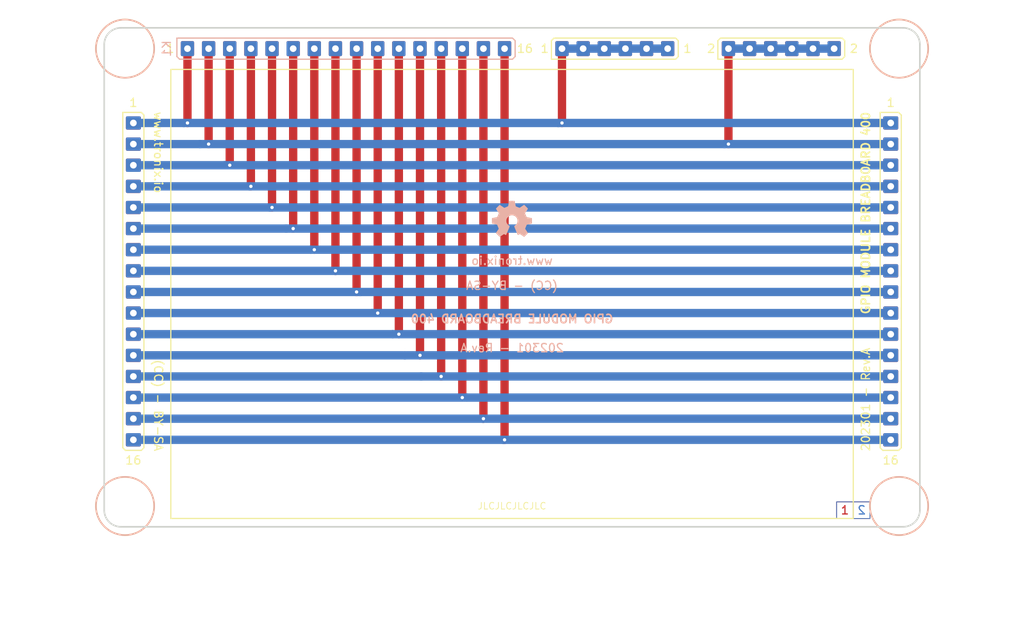
<source format=kicad_pcb>
(kicad_pcb (version 20240108) (generator "pcbnew") (generator_version "8.0")
  (title_block (title "GPIO - BREADBOARD 400") (date "01/2023") (rev "A"))
  (layers (0 "F.Cu" signal) (31 "B.Cu" signal) (34 "B.Paste" user) (35 "F.Paste" user) (36 "B.SilkS" user "B.Silkscreen") (37 "F.SilkS" user "F.Silkscreen") (38 "B.Mask" user) (39 "F.Mask" user) (44 "Edge.Cuts" user))
  (net 0 "")
  (net 1 "Net-(K1-Pin_1)")
  (net 2 "Net-(K1-Pin_2)")
  (net 3 "Net-(K1-Pin_15)")
  (net 4 "Net-(K1-Pin_10)")
  (net 5 "Net-(K1-Pin_4)")
  (net 6 "Net-(K1-Pin_12)")
  (net 7 "Net-(K1-Pin_14)")
  (net 8 "Net-(K1-Pin_3)")
  (net 9 "Net-(K1-Pin_9)")
  (net 10 "Net-(K1-Pin_5)")
  (net 11 "Net-(K1-Pin_7)")
  (net 12 "Net-(K1-Pin_6)")
  (net 13 "Net-(K1-Pin_16)")
  (net 14 "Net-(K1-Pin_13)")
  (net 15 "Net-(K1-Pin_8)")
  (net 16 "Net-(K1-Pin_11)")
  (footprint "tronixio:HARWIN-M20-999164x" (layer "F.Cu") (at 194.5 55.94)
    (property "Reference" "K3" (hide yes))
    (property "Value" "GPIO OUT #2")
    (fp_line (start -1.27 -1.27) (end -1.27 39.0525) (stroke (width 0.15)) (layer "F.SilkS"))
    (fp_line (start -1.27 39.0525) (end -0.9525 39.37) (stroke (width 0.15)) (layer "F.SilkS"))
    (fp_line (start -0.9525 39.37) (end 0.9525 39.37) (stroke (width 0.15)) (layer "F.SilkS"))
    (fp_line (start 0.9525 -1.27) (end -1.27 -1.27) (stroke (width 0.15)) (layer "F.SilkS"))
    (fp_line (start 0.9525 39.37) (end 1.27 39.0525) (stroke (width 0.15)) (layer "F.SilkS"))
    (fp_line (start 1.27 -0.9525) (end 0.9525 -1.27) (stroke (width 0.15)) (layer "F.SilkS"))
    (fp_line (start 1.27 39.0525) (end 1.27 -0.9525) (stroke (width 0.15)) (layer "F.SilkS"))
    (pad "1" thru_hole roundrect (at 0 0) (size 1.8 1.6) (drill 0.8) (layers "*.Mask" "F.Cu" "In1.Cu" "B.Cu") (roundrect_rratio 0.1) (net 1 "Net-(K1-Pin_1)"))
    (pad "2" thru_hole roundrect (at 0 2.54) (size 1.8 1.6) (drill 0.8) (layers "*.Mask" "F.Cu" "In1.Cu" "B.Cu") (roundrect_rratio 0.1) (net 2 "Net-(K1-Pin_2)"))
    (pad "3" thru_hole roundrect (at 0 5.08) (size 1.8 1.6) (drill 0.8) (layers "*.Mask" "F.Cu" "In1.Cu" "B.Cu") (roundrect_rratio 0.1) (net 8 "Net-(K1-Pin_3)"))
    (pad "4" thru_hole roundrect (at 0 7.62) (size 1.8 1.6) (drill 0.8) (layers "*.Mask" "F.Cu" "In1.Cu" "B.Cu") (roundrect_rratio 0.1) (net 5 "Net-(K1-Pin_4)"))
    (pad "5" thru_hole roundrect (at 0 10.16) (size 1.8 1.6) (drill 0.8) (layers "*.Mask" "F.Cu" "In1.Cu" "B.Cu") (roundrect_rratio 0.1) (net 10 "Net-(K1-Pin_5)"))
    (pad "6" thru_hole roundrect (at 0 12.7) (size 1.8 1.6) (drill 0.8) (layers "*.Mask" "F.Cu" "In1.Cu" "B.Cu") (roundrect_rratio 0.1) (net 12 "Net-(K1-Pin_6)"))
    (pad "7" thru_hole roundrect (at 0 15.24) (size 1.8 1.6) (drill 0.8) (layers "*.Mask" "F.Cu" "In1.Cu" "B.Cu") (roundrect_rratio 0.1) (net 11 "Net-(K1-Pin_7)"))
    (pad "8" thru_hole roundrect (at 0 17.78) (size 1.8 1.6) (drill 0.8) (layers "*.Mask" "F.Cu" "In1.Cu" "B.Cu") (roundrect_rratio 0.1) (net 15 "Net-(K1-Pin_8)"))
    (pad "9" thru_hole roundrect (at 0 20.32) (size 1.8 1.6) (drill 0.8) (layers "*.Mask" "F.Cu" "In1.Cu" "B.Cu") (roundrect_rratio 0.1) (net 9 "Net-(K1-Pin_9)"))
    (pad "10" thru_hole roundrect (at 0 22.86) (size 1.8 1.6) (drill 0.8) (layers "*.Mask" "F.Cu" "In1.Cu" "B.Cu") (roundrect_rratio 0.1) (net 4 "Net-(K1-Pin_10)"))
    (pad "11" thru_hole roundrect (at 0 25.4) (size 1.8 1.6) (drill 0.8) (layers "*.Mask" "F.Cu" "In1.Cu" "B.Cu") (roundrect_rratio 0.1) (net 16 "Net-(K1-Pin_11)"))
    (pad "12" thru_hole roundrect (at 0 27.94) (size 1.8 1.6) (drill 0.8) (layers "*.Mask" "F.Cu" "In1.Cu" "B.Cu") (roundrect_rratio 0.1) (net 6 "Net-(K1-Pin_12)"))
    (pad "13" thru_hole roundrect (at 0 30.48) (size 1.8 1.6) (drill 0.8) (layers "*.Mask" "F.Cu" "In1.Cu" "B.Cu") (roundrect_rratio 0.1) (net 14 "Net-(K1-Pin_13)"))
    (pad "14" thru_hole roundrect (at 0 33.02) (size 1.8 1.6) (drill 0.8) (layers "*.Cu" "*.Mask") (roundrect_rratio 0.1) (net 7 "Net-(K1-Pin_14)"))
    (pad "15" thru_hole roundrect (at 0 35.56) (size 1.8 1.6) (drill 0.8) (layers "*.Cu" "*.Mask") (roundrect_rratio 0.1) (net 3 "Net-(K1-Pin_15)"))
    (pad "16" thru_hole roundrect (at 0 38.1) (size 1.8 1.6) (drill 0.8) (layers "*.Cu" "*.Mask") (roundrect_rratio 0.1) (net 13 "Net-(K1-Pin_16)"))
  )
  (footprint "tronixio:MOUNTING-HOLE-3MM-MASK" (layer "F.Cu") (at 195.5 102)
    (property "Reference" "H2" (hide yes))
    (property "Value" "MOUNTING-HOLE-3MM" (hide yes))
    (fp_circle (center 0 0) (end 3.5 0) (stroke (width 0.2)) (fill none) (layer "B.SilkS"))
    (fp_circle (center 0 0) (end 3.5 0) (stroke (width 0.2)) (fill none) (layer "F.SilkS"))
    (pad "" np_thru_hole circle (at 0 0) (size 3 3) (drill 3) (layers "F&B.Cu" "*.Mask"))
  )
  (footprint "tronixio:HARWIN-M20-999164x" (layer "F.Cu") (at 103.5 55.94)
    (property "Reference" "K2" (hide yes))
    (property "Value" "GPIO OUT #1")
    (fp_line (start -1.27 -1.27) (end -1.27 39.0525) (stroke (width 0.15)) (layer "F.SilkS"))
    (fp_line (start -1.27 39.0525) (end -0.9525 39.37) (stroke (width 0.15)) (layer "F.SilkS"))
    (fp_line (start -0.9525 39.37) (end 0.9525 39.37) (stroke (width 0.15)) (layer "F.SilkS"))
    (fp_line (start 0.9525 -1.27) (end -1.27 -1.27) (stroke (width 0.15)) (layer "F.SilkS"))
    (fp_line (start 0.9525 39.37) (end 1.27 39.0525) (stroke (width 0.15)) (layer "F.SilkS"))
    (fp_line (start 1.27 -0.9525) (end 0.9525 -1.27) (stroke (width 0.15)) (layer "F.SilkS"))
    (fp_line (start 1.27 39.0525) (end 1.27 -0.9525) (stroke (width 0.15)) (layer "F.SilkS"))
    (pad "1" thru_hole roundrect (at 0 0) (size 1.8 1.6) (drill 0.8) (layers "*.Mask" "F.Cu" "In1.Cu" "B.Cu") (roundrect_rratio 0.1) (net 1 "Net-(K1-Pin_1)"))
    (pad "2" thru_hole roundrect (at 0 2.54) (size 1.8 1.6) (drill 0.8) (layers "*.Mask" "F.Cu" "In1.Cu" "B.Cu") (roundrect_rratio 0.1) (net 2 "Net-(K1-Pin_2)"))
    (pad "3" thru_hole roundrect (at 0 5.08) (size 1.8 1.6) (drill 0.8) (layers "*.Mask" "F.Cu" "In1.Cu" "B.Cu") (roundrect_rratio 0.1) (net 8 "Net-(K1-Pin_3)"))
    (pad "4" thru_hole roundrect (at 0 7.62) (size 1.8 1.6) (drill 0.8) (layers "*.Mask" "F.Cu" "In1.Cu" "B.Cu") (roundrect_rratio 0.1) (net 5 "Net-(K1-Pin_4)"))
    (pad "5" thru_hole roundrect (at 0 10.16) (size 1.8 1.6) (drill 0.8) (layers "*.Mask" "F.Cu" "In1.Cu" "B.Cu") (roundrect_rratio 0.1) (net 10 "Net-(K1-Pin_5)"))
    (pad "6" thru_hole roundrect (at 0 12.7) (size 1.8 1.6) (drill 0.8) (layers "*.Mask" "F.Cu" "In1.Cu" "B.Cu") (roundrect_rratio 0.1) (net 12 "Net-(K1-Pin_6)"))
    (pad "7" thru_hole roundrect (at 0 15.24) (size 1.8 1.6) (drill 0.8) (layers "*.Mask" "F.Cu" "In1.Cu" "B.Cu") (roundrect_rratio 0.1) (net 11 "Net-(K1-Pin_7)"))
    (pad "8" thru_hole roundrect (at 0 17.78) (size 1.8 1.6) (drill 0.8) (layers "*.Mask" "F.Cu" "In1.Cu" "B.Cu") (roundrect_rratio 0.1) (net 15 "Net-(K1-Pin_8)"))
    (pad "9" thru_hole roundrect (at 0 20.32) (size 1.8 1.6) (drill 0.8) (layers "*.Mask" "F.Cu" "In1.Cu" "B.Cu") (roundrect_rratio 0.1) (net 9 "Net-(K1-Pin_9)"))
    (pad "10" thru_hole roundrect (at 0 22.86) (size 1.8 1.6) (drill 0.8) (layers "*.Mask" "F.Cu" "In1.Cu" "B.Cu") (roundrect_rratio 0.1) (net 4 "Net-(K1-Pin_10)"))
    (pad "11" thru_hole roundrect (at 0 25.4) (size 1.8 1.6) (drill 0.8) (layers "*.Mask" "F.Cu" "In1.Cu" "B.Cu") (roundrect_rratio 0.1) (net 16 "Net-(K1-Pin_11)"))
    (pad "12" thru_hole roundrect (at 0 27.94) (size 1.8 1.6) (drill 0.8) (layers "*.Mask" "F.Cu" "In1.Cu" "B.Cu") (roundrect_rratio 0.1) (net 6 "Net-(K1-Pin_12)"))
    (pad "13" thru_hole roundrect (at 0 30.48) (size 1.8 1.6) (drill 0.8) (layers "*.Mask" "F.Cu" "In1.Cu" "B.Cu") (roundrect_rratio 0.1) (net 14 "Net-(K1-Pin_13)"))
    (pad "14" thru_hole roundrect (at 0 33.02) (size 1.8 1.6) (drill 0.8) (layers "*.Cu" "*.Mask") (roundrect_rratio 0.1) (net 7 "Net-(K1-Pin_14)"))
    (pad "15" thru_hole roundrect (at 0 35.56) (size 1.8 1.6) (drill 0.8) (layers "*.Cu" "*.Mask") (roundrect_rratio 0.1) (net 3 "Net-(K1-Pin_15)"))
    (pad "16" thru_hole roundrect (at 0 38.1) (size 1.8 1.6) (drill 0.8) (layers "*.Cu" "*.Mask") (roundrect_rratio 0.1) (net 13 "Net-(K1-Pin_16)"))
  )
  (footprint "tronixio:HARWIN-M20-999064x" (layer "F.Cu") (at 175 47 90)
    (property "Reference" "K5" (hide yes))
    (property "Value" "GPIO #2")
    (fp_line (start 0.9525 -1.27) (end -1.27 -1.27) (stroke (width 0.15)) (layer "F.SilkS"))
    (fp_line (start -1.27 -1.27) (end -1.27 13.6525) (stroke (width 0.15)) (layer "F.SilkS"))
    (fp_line (start 1.27 -0.9525) (end 0.9525 -1.27) (stroke (width 0.15)) (layer "F.SilkS"))
    (fp_line (start 1.27 13.6525) (end 1.27 -0.9525) (stroke (width 0.15)) (layer "F.SilkS"))
    (fp_line (start -1.27 13.6525) (end -0.9525 13.97) (stroke (width 0.15)) (layer "F.SilkS"))
    (fp_line (start 0.9525 13.97) (end 1.27 13.6525) (stroke (width 0.15)) (layer "F.SilkS"))
    (fp_line (start -0.9525 13.97) (end 0.9525 13.97) (stroke (width 0.15)) (layer "F.SilkS"))
    (pad "1" thru_hole roundrect (at 0 0 90) (size 1.8 1.6) (drill 0.8) (layers "*.Mask" "F.Cu" "In1.Cu" "B.Cu") (roundrect_rratio 0.1) (net 2 "Net-(K1-Pin_2)"))
    (pad "2" thru_hole roundrect (at 0 2.54 90) (size 1.8 1.6) (drill 0.8) (layers "*.Mask" "F.Cu" "In1.Cu" "B.Cu") (roundrect_rratio 0.1) (net 2 "Net-(K1-Pin_2)"))
    (pad "3" thru_hole roundrect (at 0 5.08 90) (size 1.8 1.6) (drill 0.8) (layers "*.Mask" "F.Cu" "In1.Cu" "B.Cu") (roundrect_rratio 0.1) (net 2 "Net-(K1-Pin_2)"))
    (pad "4" thru_hole roundrect (at 0 7.62 90) (size 1.8 1.6) (drill 0.8) (layers "*.Mask" "F.Cu" "In1.Cu" "B.Cu") (roundrect_rratio 0.1) (net 2 "Net-(K1-Pin_2)"))
    (pad "5" thru_hole roundrect (at 0 10.16 90) (size 1.8 1.6) (drill 0.8) (layers "*.Mask" "F.Cu" "In1.Cu" "B.Cu") (roundrect_rratio 0.1) (net 2 "Net-(K1-Pin_2)"))
    (pad "6" thru_hole roundrect (at 0 12.7 90) (size 1.8 1.6) (drill 0.8) (layers "*.Mask" "F.Cu" "In1.Cu" "B.Cu") (roundrect_rratio 0.1) (net 2 "Net-(K1-Pin_2)"))
  )
  (footprint "tronixio:HARWIN-M20-999064x" (layer "F.Cu") (at 155 47 90)
    (property "Reference" "K4" (hide yes))
    (property "Value" "GPIO #1")
    (fp_line (start 0.9525 -1.27) (end -1.27 -1.27) (stroke (width 0.15)) (layer "F.SilkS"))
    (fp_line (start -1.27 -1.27) (end -1.27 13.6525) (stroke (width 0.15)) (layer "F.SilkS"))
    (fp_line (start 1.27 -0.9525) (end 0.9525 -1.27) (stroke (width 0.15)) (layer "F.SilkS"))
    (fp_line (start 1.27 13.6525) (end 1.27 -0.9525) (stroke (width 0.15)) (layer "F.SilkS"))
    (fp_line (start -1.27 13.6525) (end -0.9525 13.97) (stroke (width 0.15)) (layer "F.SilkS"))
    (fp_line (start 0.9525 13.97) (end 1.27 13.6525) (stroke (width 0.15)) (layer "F.SilkS"))
    (fp_line (start -0.9525 13.97) (end 0.9525 13.97) (stroke (width 0.15)) (layer "F.SilkS"))
    (pad "1" thru_hole roundrect (at 0 0 90) (size 1.8 1.6) (drill 0.8) (layers "*.Mask" "F.Cu" "In1.Cu" "B.Cu") (roundrect_rratio 0.1) (net 1 "Net-(K1-Pin_1)"))
    (pad "2" thru_hole roundrect (at 0 2.54 90) (size 1.8 1.6) (drill 0.8) (layers "*.Mask" "F.Cu" "In1.Cu" "B.Cu") (roundrect_rratio 0.1) (net 1 "Net-(K1-Pin_1)"))
    (pad "3" thru_hole roundrect (at 0 5.08 90) (size 1.8 1.6) (drill 0.8) (layers "*.Mask" "F.Cu" "In1.Cu" "B.Cu") (roundrect_rratio 0.1) (net 1 "Net-(K1-Pin_1)"))
    (pad "4" thru_hole roundrect (at 0 7.62 90) (size 1.8 1.6) (drill 0.8) (layers "*.Mask" "F.Cu" "In1.Cu" "B.Cu") (roundrect_rratio 0.1) (net 1 "Net-(K1-Pin_1)"))
    (pad "5" thru_hole roundrect (at 0 10.16 90) (size 1.8 1.6) (drill 0.8) (layers "*.Mask" "F.Cu" "In1.Cu" "B.Cu") (roundrect_rratio 0.1) (net 1 "Net-(K1-Pin_1)"))
    (pad "6" thru_hole roundrect (at 0 12.7 90) (size 1.8 1.6) (drill 0.8) (layers "*.Mask" "F.Cu" "In1.Cu" "B.Cu") (roundrect_rratio 0.1) (net 1 "Net-(K1-Pin_1)"))
  )
  (footprint "tronixio:MOUNTING-HOLE-3MM-MASK" (layer "F.Cu") (at 102.5 47)
    (property "Reference" "H4" (hide yes))
    (property "Value" "MOUNTING-HOLE-3MM" (hide yes))
    (fp_circle (center 0 0) (end 3.5 0) (stroke (width 0.2)) (fill none) (layer "B.SilkS"))
    (fp_circle (center 0 0) (end 3.5 0) (stroke (width 0.2)) (fill none) (layer "F.SilkS"))
    (pad "" np_thru_hole circle (at 0 0) (size 3 3) (drill 3) (layers "F&B.Cu" "*.Mask"))
  )
  (footprint "tronixio:MOUNTING-HOLE-3MM-MASK" (layer "F.Cu") (at 195.5 47)
    (property "Reference" "H3" (hide yes))
    (property "Value" "MOUNTING-HOLE-3MM" (hide yes))
    (fp_circle (center 0 0) (end 3.5 0) (stroke (width 0.2)) (fill none) (layer "B.SilkS"))
    (fp_circle (center 0 0) (end 3.5 0) (stroke (width 0.2)) (fill none) (layer "F.SilkS"))
    (pad "" np_thru_hole circle (at 0 0) (size 3 3) (drill 3) (layers "F&B.Cu" "*.Mask"))
  )
  (footprint "tronixio:MOUNTING-HOLE-3MM-MASK" (layer "F.Cu") (at 102.5 102)
    (property "Reference" "H1" (hide yes))
    (property "Value" "MOUNTING-HOLE-3MM" (hide yes))
    (fp_circle (center 0 0) (end 3.5 0) (stroke (width 0.2)) (fill none) (layer "B.SilkS"))
    (fp_circle (center 0 0) (end 3.5 0) (stroke (width 0.2)) (fill none) (layer "F.SilkS"))
    (pad "" np_thru_hole circle (at 0 0) (size 3 3) (drill 3) (layers "F&B.Cu" "*.Mask"))
  )
  (footprint "tronixio:BREADBOARD-400" (layer "F.Cu") (at 149 76.5)
    (property "Reference" "BB1" (hide yes))
    (property "Value" "BREADBOARD-400" (hide yes))
    (fp_rect (start -41 27) (end 41 -27) (stroke (width 0.15)) (fill none) (layer "F.SilkS"))
  )
  (footprint "tronixio:HARWIN-M20-999164x" (layer "B.Cu") (at 110 47 -90)
    (property "Reference" "K1" (at 0 2.5 90) (layer "B.SilkS") (effects (justify mirror)))
    (property "Value" "GPIO IN")
    (fp_line (start -1.27 1.27) (end -1.27 -39.0525) (stroke (width 0.15)) (layer "B.SilkS"))
    (fp_line (start 0.9525 1.27) (end -1.27 1.27) (stroke (width 0.15)) (layer "B.SilkS"))
    (fp_line (start 1.27 0.9525) (end 0.9525 1.27) (stroke (width 0.15)) (layer "B.SilkS"))
    (fp_line (start -1.27 -39.0525) (end -0.9525 -39.37) (stroke (width 0.15)) (layer "B.SilkS"))
    (fp_line (start 1.27 -39.0525) (end 1.27 0.9525) (stroke (width 0.15)) (layer "B.SilkS"))
    (fp_line (start -0.9525 -39.37) (end 0.9525 -39.37) (stroke (width 0.15)) (layer "B.SilkS"))
    (fp_line (start 0.9525 -39.37) (end 1.27 -39.0525) (stroke (width 0.15)) (layer "B.SilkS"))
    (pad "1" thru_hole roundrect (at 0 0 270) (size 1.8 1.6) (drill 0.8) (layers "*.Mask" "F.Cu" "In1.Cu" "B.Cu") (roundrect_rratio 0.1) (net 1 "Net-(K1-Pin_1)"))
    (pad "2" thru_hole roundrect (at 0 -2.54 270) (size 1.8 1.6) (drill 0.8) (layers "*.Mask" "F.Cu" "In1.Cu" "B.Cu") (roundrect_rratio 0.1) (net 2 "Net-(K1-Pin_2)"))
    (pad "3" thru_hole roundrect (at 0 -5.08 270) (size 1.8 1.6) (drill 0.8) (layers "*.Mask" "F.Cu" "In1.Cu" "B.Cu") (roundrect_rratio 0.1) (net 8 "Net-(K1-Pin_3)"))
    (pad "4" thru_hole roundrect (at 0 -7.62 270) (size 1.8 1.6) (drill 0.8) (layers "*.Mask" "F.Cu" "In1.Cu" "B.Cu") (roundrect_rratio 0.1) (net 5 "Net-(K1-Pin_4)"))
    (pad "5" thru_hole roundrect (at 0 -10.16 270) (size 1.8 1.6) (drill 0.8) (layers "*.Mask" "F.Cu" "In1.Cu" "B.Cu") (roundrect_rratio 0.1) (net 10 "Net-(K1-Pin_5)"))
    (pad "6" thru_hole roundrect (at 0 -12.7 270) (size 1.8 1.6) (drill 0.8) (layers "*.Mask" "F.Cu" "In1.Cu" "B.Cu") (roundrect_rratio 0.1) (net 12 "Net-(K1-Pin_6)"))
    (pad "7" thru_hole roundrect (at 0 -15.24 270) (size 1.8 1.6) (drill 0.8) (layers "*.Mask" "F.Cu" "In1.Cu" "B.Cu") (roundrect_rratio 0.1) (net 11 "Net-(K1-Pin_7)"))
    (pad "8" thru_hole roundrect (at 0 -17.78 270) (size 1.8 1.6) (drill 0.8) (layers "*.Mask" "F.Cu" "In1.Cu" "B.Cu") (roundrect_rratio 0.1) (net 15 "Net-(K1-Pin_8)"))
    (pad "9" thru_hole roundrect (at 0 -20.32 270) (size 1.8 1.6) (drill 0.8) (layers "*.Mask" "F.Cu" "In1.Cu" "B.Cu") (roundrect_rratio 0.1) (net 9 "Net-(K1-Pin_9)"))
    (pad "10" thru_hole roundrect (at 0 -22.86 270) (size 1.8 1.6) (drill 0.8) (layers "*.Mask" "F.Cu" "In1.Cu" "B.Cu") (roundrect_rratio 0.1) (net 4 "Net-(K1-Pin_10)"))
    (pad "11" thru_hole roundrect (at 0 -25.4 270) (size 1.8 1.6) (drill 0.8) (layers "*.Mask" "F.Cu" "In1.Cu" "B.Cu") (roundrect_rratio 0.1) (net 16 "Net-(K1-Pin_11)"))
    (pad "12" thru_hole roundrect (at 0 -27.94 270) (size 1.8 1.6) (drill 0.8) (layers "*.Mask" "F.Cu" "In1.Cu" "B.Cu") (roundrect_rratio 0.1) (net 6 "Net-(K1-Pin_12)"))
    (pad "13" thru_hole roundrect (at 0 -30.48 270) (size 1.8 1.6) (drill 0.8) (layers "*.Mask" "F.Cu" "In1.Cu" "B.Cu") (roundrect_rratio 0.1) (net 14 "Net-(K1-Pin_13)"))
    (pad "14" thru_hole roundrect (at 0 -33.02 270) (size 1.8 1.6) (drill 0.8) (layers "*.Cu" "*.Mask") (roundrect_rratio 0.1) (net 7 "Net-(K1-Pin_14)"))
    (pad "15" thru_hole roundrect (at 0 -35.56 270) (size 1.8 1.6) (drill 0.8) (layers "*.Cu" "*.Mask") (roundrect_rratio 0.1) (net 3 "Net-(K1-Pin_15)"))
    (pad "16" thru_hole roundrect (at 0 -38.1 270) (size 1.8 1.6) (drill 0.8) (layers "*.Cu" "*.Mask") (roundrect_rratio 0.1) (net 13 "Net-(K1-Pin_16)"))
  )
  (footprint "tronixio:OSHW-5MM" (layer "B.Cu") (at 149 67.5 180)
    (property "Reference" "GT" (hide yes))
    (property "Value" "LOGO" (hide yes))
    (fp_poly (pts (xy 0.112503 2.205305) (xy 0.188585 2.204991) (xy 0.245175 2.204139) (xy 0.285349 2.202485) (xy 0.312183 2.19976) (xy 0.328754 2.195697) (xy 0.338137 2.190029) (xy 0.343407 2.182489) (xy 0.346067 2.176502) (xy 0.351819 2.155872) (xy 0.361219 2.114019) (xy 0.373445 2.054971) (xy 0.387673 1.982754) (xy 0.403082 1.901397) (xy 0.410766 1.859685) (xy 0.426304 1.776128) (xy 0.440921 1.700487) (xy 0.453831 1.636607) (xy 0.464245 1.58833) (xy 0.471376 1.559501) (xy 0.473495 1.553524) (xy 0.487624 1.543829) (xy 0.520987 1.52669) (xy 0.568967 1.504087) (xy 0.626948 1.477998) (xy 0.690314 1.450405) (xy 0.754449 1.423285) (xy 0.814737 1.398618) (xy 0.866561 1.378383) (xy 0.905305 1.36456) (xy 0.926354 1.359128) (xy 0.92691 1.359112) (xy 0.941518 1.366107) (xy 0.97411 1.385773) (xy 1.021624 1.416127) (xy 1.080997 1.455189) (xy 1.149167 1.500978) (xy 1.204337 1.538617) (xy 1.276991 1.58813) (xy 1.343025 1.632413) (xy 1.399403 1.669487) (xy 1.443088 1.697374) (xy 1.471043 1.714097) (xy 1.47988 1.718122) (xy 1.493641 1.709282) (xy 1.521915 1.684807) (xy 1.561669 1.647768) (xy 1.609873 1.601234) (xy 1.663495 1.548276) (xy 1.719505 1.491962) (xy 1.774871 1.435363) (xy 1.826562 1.381549) (xy 1.871548 1.33359) (xy 1.906797 1.294555) (xy 1.929278 1.267514) (xy 1.936093 1.256075) (xy 1.930212 1.239792) (xy 1.912193 1.207543) (xy 1.881475 1.158462) (xy 1.837495 1.091686) (xy 1.779689 1.00635) (xy 1.707495 0.901591) (xy 1.671879 0.850344) (xy 1.638824 0.80126) (xy 1.612148 0.758563) (xy 1.594893 0.727324) (xy 1.589904 0.713655) (xy 1.594754 0.697334) (xy 1.608013 0.662128) (xy 1.62775 0.612617) (xy 1.652031 0.55338) (xy 1.678922 0.488996) (xy 1.706491 0.424047) (xy 1.732803 0.363111) (xy 1.755927 0.310768) (xy 1.773928 0.271598) (xy 1.784874 0.25018) (xy 1.786526 0.247868) (xy 1.800495 0.243726) (xy 1.836105 0.235699) (xy 1.889773 0.224522) (xy 1.957915 0.210929) (xy 2.036948 0.195656) (xy 2.090365 0.185568) (xy 2.175183 0.169544) (xy 2.252099 0.15474) (xy 2.317349 0.141901) (xy 2.367173 0.131773) (xy 2.397809 0.125104) (xy 2.405431 0.123066) (xy 2.411063 0.116814) (xy 2.415426 0.101095) (xy 2.418668 0.073197) (xy 2.420933 0.030409) (xy 2.422366 -0.02998) (xy 2.423114 -0.110684) (xy 2.423321 -0.210293) (xy 2.423202 -0.310587) (xy 2.422711 -0.388201) (xy 2.421649 -0.446096) (xy 2.419816 -0.487237) (xy 2.417013 -0.514584) (xy 2.41304 -0.531101) (xy 2.407697 -0.53975) (xy 2.400883 -0.543466) (xy 2.378661 -0.548625) (xy 2.338314 -0.556746) (xy 2.286985 -0.566415) (xy 2.263049 -0.570744) (xy 2.127407 -0.595376) (xy 2.016332 -0.616479) (xy 1.929018 -0.634225) (xy 1.864656 -0.64879) (xy 1.82244 -0.660347) (xy 1.801562 -0.66907) (xy 1.79987 -0.670496) (xy 1.791465 -0.686078) (xy 1.775685 -0.720992) (xy 1.754362 -0.770707) (xy 1.729327 -0.830694) (xy 1.702414 -0.896422) (xy 1.675454 -0.96336) (xy 1.650281 -1.026979) (xy 1.628726 -1.082748) (xy 1.612622 -1.126137) (xy 1.603801 -1.152615) (xy 1.602692 -1.157988) (xy 1.610028 -1.172767) (xy 1.63143 -1.207108) (xy 1.666036 -1.259722) (xy 1.712983 -1.329322) (xy 1.771408 -1.414621) (xy 1.840447 -1.51433) (xy 1.867654 -1.553391) (xy 1.897811 -1.599113) (xy 1.921185 -1.639288) (xy 1.934376 -1.667841) (xy 1.936093 -1.675677) (xy 1.927103 -1.692014) (xy 1.901418 -1.723855) (xy 1.860965 -1.769075) (xy 1.807672 -1.82555) (xy 1.743466 -1.891154) (xy 1.71296 -1.921664) (xy 1.643302 -1.990709) (xy 1.589314 -2.043494) (xy 1.548612 -2.081971) (xy 1.518813 -2.108091) (xy 1.497532 -2.123805) (xy 1.482386 -2.131066) (xy 1.470991 -2.131825) (xy 1.460964 -2.128033) (xy 1.460917 -2.128008) (xy 1.441892 -2.116253) (xy 1.405419 -2.09234) (xy 1.355138 -2.058707) (xy 1.294686 -2.017792) (xy 1.227702 -1.972033) (xy 1.210483 -1.960205) (xy 1.143557 -1.914694) (xy 1.083189 -1.874607) (xy 1.032748 -1.842104) (xy 0.995605 -1.819344) (xy 0.975129 -1.808488) (xy 0.972784 -1.807875) (xy 0.955044 -1.813477) (xy 0.920428 -1.82855) (xy 0.874685 -1.850498) (xy 0.843591 -1.866246) (xy 0.794692 -1.890329) (xy 0.754091 -1.908142) (xy 0.727189 -1.917434) (xy 0.719661 -1.917874) (xy 0.71184 -1.904564) (xy 0.695873 -1.87093) (xy 0.673276 -1.820398) (xy 0.645566 -1.756397) (xy 0.614262 -1.682354) (xy 0.595951 -1.638326) (xy 0.555205 -1.539832) (xy 0.509885 -1.430374) (xy 0.463588 -1.318629) (xy 0.419909 -1.213275) (xy 0.382617 -1.123407) (xy 0.352192 -1.049365) (xy 0.325466 -0.982847) (xy 0.303922 -0.927668) (xy 0.289044 -0.887646) (xy 0.282318 -0.866596) (xy 0.28208 -0.86489) (xy 0.291868 -0.850064) (xy 0.317767 -0.825757) (xy 0.354572 -0.796754) (xy 0.362216 -0.791216) (xy 0.47362 -0.699405) (xy 0.560778 -0.600114) (xy 0.624272 -0.492284) (xy 0.664684 -0.374854) (xy 0.682594 -0.246763) (xy 0.683668 -0.205149) (xy 0.672966 -0.079705) (xy 0.639876 0.035509) (xy 0.583362 0.143051) (xy 0.502387 0.245478) (xy 0.500128 0.247901) (xy 0.404266 0.332655) (xy 0.297367 0.395917) (xy 0.182586 0.437559) (xy 0.063074 0.45745) (xy -0.058015 0.455461) (xy -0.177529 0.431461) (xy -0.292317 0.38532) (xy -0.399224 0.316909) (xy -0.435557 0.286461) (xy -0.524789 0.19034) (xy -0.590858 0.083248) (xy -0.63358 -0.034398) (xy -0.65277 -0.162186) (xy -0.653912 -0.203806) (xy -0.64477 -0.331905) (xy -0.616397 -0.446756) (xy -0.567372 -0.551025) (xy -0.496276 -0.647379) (xy -0.401689 -0.738486) (xy -0.345898 -0.782346) (xy -0.305473 -0.814275) (xy -0.274554 -0.84243) (xy -0.257973 -0.862253) (xy -0.256436 -0.866724) (xy -0.261189 -0.882472) (xy -0.274692 -0.919019) (xy -0.295811 -0.973504) (xy -0.323413 -1.043065) (xy -0.356365 -1.124837) (xy -0.393532 -1.21596) (xy -0.424781 -1.291835) (xy -0.466473 -1.392714) (xy -0.506757 -1.490316) (xy -0.54414 -1.581016) (xy -0.57713 -1.661187) (xy -0.604234 -1.727202) (xy -0.623959 -1.775436) (xy -0.631922 -1.795053) (xy -0.656173 -1.85428) (xy -0.675445 -1.89208) (xy -0.695005 -1.910535) (xy -0.720119 -1.911726) (xy -0.756055 -1.897735) (xy -0.80808 -1.870643) (xy -0.814523 -1.867212) (xy -0.863833 -1.841835) (xy -0.905672 -1.821875) (xy -0.934272 -1.810004) (xy -0.942679 -1.807875) (xy -0.957624 -1.814831) (xy -0.990452 -1.834339) (xy -1.037961 -1.864353) (xy -1.096948 -1.902829) (xy -1.164211 -1.947723) (xy -1.20379 -1.974558) (xy -1.273782 -2.022017) (xy -1.336742 -2.064219) (xy -1.389581 -2.099132) (xy -1.429212 -2.124728) (xy -1.452547 -2.138976) (xy -1.457362 -2.141242) (xy -1.468597 -2.132572) (xy -1.495354 -2.108206) (xy -1.53505 -2.070611) (xy -1.585104 -2.022252) (xy -1.642932 -1.965596) (xy -1.688443 -1.920545) (xy -1.754363 -1.854061) (xy -1.811428 -1.794627) (xy -1.857492 -1.744605) (xy -1.890411 -1.706358) (xy -1.908038 -1.682247) (xy -1.910449 -1.676115) (xy -1.903342 -1.656709) (xy -1.88402 -1.621725) (xy -1.855484 -1.576225) (xy -1.822794 -1.528185) (xy -1.761853 -1.44109) (xy -1.706889 -1.361082) (xy -1.659529 -1.29063) (xy -1.621397 -1.232204) (xy -1.594118 -1.188276) (xy -1.579316 -1.161316) (xy -1.577082 -1.154608) (xy -1.581837 -1.136716) (xy -1.594857 -1.099854) (xy -1.614275 -1.048609) (xy -1.638222 -0.987568) (xy -1.664831 -0.921316) (xy -1.692235 -0.854442) (xy -1.718566 -0.791531) (xy -1.741957 -0.737171) (xy -1.76054 -0.695948) (xy -1.772447 -0.672449) (xy -1.774702 -0.66925) (xy -1.791569 -0.66222) (xy -1.829891 -0.651729) (xy -1.885847 -0.638647) (xy -1.955617 -0.623842) (xy -2.035381 -0.608183) (xy -2.07828 -0.60022) (xy -2.161621 -0.584627) (xy -2.236906 -0.569745) (xy -2.300315 -0.556391) (xy -2.348033 -0.545387) (xy -2.37624 -0.537551) (xy -2.381867 -0.535051) (xy -2.387099 -0.524908) (xy -2.390991 -0.502231) (xy -2.393638 -0.46456) (xy -2.395134 -0.409435) (xy -2.395573 -0.334397) (xy -2.39505 -0.236985) (xy -2.394689 -0.200194) (xy -2.391267 0.121807) (xy -2.282282 0.143659) (xy -2.229898 0.153965) (xy -2.160108 0.167419) (xy -2.080727 0.182526) (xy -1.999569 0.197795) (xy -1.970053 0.203298) (xy -1.900658 0.216734) (xy -1.840162 0.229455) (xy -1.793065 0.240437) (xy -1.763866 0.248652) (xy -1.756665 0.251967) (xy -1.746988 0.268752) (xy -1.729936 0.304533) (xy -1.707477 0.354612) (xy -1.681582 0.414291) (xy -1.654218 0.478872) (xy -1.627353 0.543658) (xy -1.602957 0.60395) (xy -1.582998 0.65505) (xy -1.569445 0.692261) (xy -1.564266 0.710885) (xy -1.564261 0.711124) (xy -1.571273 0.727773) (xy -1.590937 0.762151) (xy -1.621195 0.810982) (xy -1.659988 0.870991) (xy -1.705259 0.938901) (xy -1.732615 0.979077) (xy -1.780965 1.050145) (xy -1.82446 1.115201) (xy -1.860949 1.170937) (xy -1.888284 1.214046) (xy -1.904314 1.24122) (xy -1.907531 1.248169) (xy -1.904717 1.261112) (xy -1.890381 1.283286) (xy -1.863069 1.316351) (xy -1.821325 1.361969) (xy -1.763692 1.421801) (xy -1.691232 1.494988) (xy -1.628982 1.55669) (xy -1.572135 1.611849) (xy -1.523344 1.657988) (xy -1.485263 1.692627) (xy -1.460542 1.713289) (xy -1.452414 1.718122) (xy -1.437782 1.711105) (xy -1.405251 1.6914) (xy -1.357928 1.661025) (xy -1.298923 1.621998) (xy -1.231343 1.576338) (xy -1.183018 1.543181) (xy -1.111112 1.493886) (xy -1.04544 1.44951) (xy -0.989183 1.41215) (xy -0.945519 1.383901) (xy -0.917627 1.36686) (xy -0.90944 1.362781) (xy -0.891885 1.365776) (xy -0.855505 1.377082) (xy -0.805012 1.394838) (xy -0.745121 1.417183) (xy -0.680546 1.442257) (xy -0.616001 1.468199) (xy -0.5562 1.493147) (xy -0.505857 1.515243) (xy -0.469686 1.532623) (xy -0.45278 1.543038) (xy -0.446293 1.559308) (xy -0.436108 1.597206) (xy -0.423041 1.653118) (xy -0.407909 1.723429) (xy -0.391528 1.804525) (xy -0.378917 1.870225) (xy -0.362481 1.956759) (xy -0.347254 2.035011) (xy -0.333961 2.101421) (xy -0.323321 2.152432) (xy -0.316058 2.184486) (xy -0.31324 2.193976) (xy -0.299005 2.197095) (xy -0.262664 2.199887) (xy -0.207755 2.20223) (xy -0.137813 2.204) (xy -0.056376 2.205075) (xy 0.013853 2.205351)) (fill solid) (layer "B.SilkS"))
  )
  (gr_rect (start 188 101.5) (end 192 103.5) (stroke (width 0.1)) (fill none) (layer "F.Cu"))
  (gr_line (start 190 103.5) (end 190 101.5) (stroke (width 0.1)) (layer "F.Cu"))
  (gr_line (start 190 103.5) (end 190 101.5) (stroke (width 0.1)) (layer "B.Cu"))
  (gr_rect (start 188 101.5) (end 192 103.5) (stroke (width 0.1)) (fill none) (layer "B.Cu"))
  (gr_line (start 100 102.5) (end 100 46.5) (stroke (width 0.2)) (layer "Edge.Cuts"))
  (gr_line (start 198 46.5) (end 198 102.5) (stroke (width 0.2)) (layer "Edge.Cuts"))
  (gr_arc (start 102 104.5) (mid 100.585786 103.914214) (end 100 102.5) (stroke (width 0.2)) (layer "Edge.Cuts"))
  (gr_arc (start 100 46.5) (mid 100.585786 45.085786) (end 102 44.5) (stroke (width 0.2)) (layer "Edge.Cuts"))
  (gr_arc (start 198 102.5) (mid 197.414214 103.914214) (end 196 104.5) (stroke (width 0.2)) (layer "Edge.Cuts"))
  (gr_arc (start 196 44.5) (mid 197.414214 45.085786) (end 198 46.5) (stroke (width 0.2)) (layer "Edge.Cuts"))
  (gr_line (start 102 44.5) (end 196 44.5) (stroke (width 0.2)) (layer "Edge.Cuts"))
  (gr_line (start 196 104.5) (end 102 104.5) (stroke (width 0.2)) (layer "Edge.Cuts"))
  (gr_text "1" (at 189 102.5 0) (layer "F.Cu") (effects (font (size 1 1))))
  (gr_text "2" (at 191 102.5 0) (layer "B.Cu") (effects (font (size 1 1)) (justify mirror)))
  (gr_text "www.tronix.io" (at 149 72.5 0) (layer "B.SilkS") (effects (font (size 1 1)) (justify mirror)))
  (gr_text "202301 - Rev.A" (at 149 83 0) (layer "B.SilkS") (effects (font (size 1 1)) (justify mirror)))
  (gr_text "GPIO MODULE BREADBOARD 400" (at 149 79.5 0) (layer "B.SilkS") (effects (font (size 1 1) (thickness 0.2)) (justify mirror)))
  (gr_text "(CC) - BY-SA" (at 149 75.5 0) (layer "B.SilkS") (effects (font (size 1 1)) (justify mirror)))
  (gr_text "16" (at 149.5 47 0) (layer "F.SilkS") (effects (font (size 1 1)) (justify left)))
  (gr_text "16" (at 194.5 96.5 0) (layer "F.SilkS") (effects (font (size 1 1))))
  (gr_text "16" (at 103.5 96.5 0) (layer "F.SilkS") (effects (font (size 1 1))))
  (gr_text "1" (at 169.5 47 0) (layer "F.SilkS") (effects (font (size 1 1)) (justify left)))
  (gr_text "(CC) - BY-SA" (at 106.5 95.5 270) (layer "F.SilkS") (effects (font (size 1 1)) (justify right)))
  (gr_text "JLCJLCJLCJLC" (at 149 102 0) (layer "F.SilkS") (effects (font (size 0.8 0.8) (thickness 0.1))))
  (gr_text "1" (at 194.5 53.5 0) (layer "F.SilkS") (effects (font (size 1 1))))
  (gr_text "202301 - Rev.A" (at 191.5 95.5 90) (layer "F.SilkS") (effects (font (size 1 1)) (justify left)))
  (gr_text "GPIO MODULE BREADBOARD 400" (at 191.5 54.5 90) (layer "F.SilkS") (effects (font (size 1 1) (thickness 0.2)) (justify right)))
  (gr_text "www.tronix.io" (at 106.5 54.5 270) (layer "F.SilkS") (effects (font (size 1 1)) (justify left)))
  (gr_text "2" (at 173.5 47 0) (layer "F.SilkS") (effects (font (size 1 1)) (justify right)))
  (gr_text "1" (at 103.5 53.5 0) (layer "F.SilkS") (effects (font (size 1 1))))
  (gr_text "1" (at 108.5 47 0) (layer "F.SilkS") (effects (font (size 1 1)) (justify right)))
  (gr_text "2" (at 189.5 47 0) (layer "F.SilkS") (effects (font (size 1 1)) (justify left)))
  (gr_text "1" (at 153.5 47 0) (layer "F.SilkS") (effects (font (size 1 1)) (justify right)))
  (segment (start 155 55.94) (end 155 47) (width 1) (layer "F.Cu") (net 1))
  (segment (start 110 55.94) (end 110 47) (width 1) (layer "F.Cu") (net 1))
  (via (at 155 55.94) (size 0.8) (drill 0.4) (layers "F.Cu" "B.Cu") (net 1))
  (via (at 110 55.94) (size 0.8) (drill 0.4) (layers "F.Cu" "B.Cu") (net 1))
  (segment (start 109.56 55.94) (end 154.56 55.94) (width 1) (layer "B.Cu") (net 1))
  (segment (start 103.5 55.94) (end 109.56 55.94) (width 1) (layer "B.Cu") (net 1))
  (segment (start 160.08 47) (end 162.62 47) (width 1) (layer "B.Cu") (net 1))
  (segment (start 157.54 47) (end 160.08 47) (width 1) (layer "B.Cu") (net 1))
  (segment (start 165.16 47) (end 167.7 47) (width 1) (layer "B.Cu") (net 1))
  (segment (start 155 47) (end 157.54 47) (width 1) (layer "B.Cu") (net 1))
  (segment (start 154.56 55.94) (end 194.5 55.94) (width 1) (layer "B.Cu") (net 1))
  (segment (start 162.62 47) (end 165.16 47) (width 1) (layer "B.Cu") (net 1))
  (segment (start 175 58.48) (end 175 47) (width 1) (layer "F.Cu") (net 2))
  (segment (start 112.54 58.48) (end 112.54 47) (width 1) (layer "F.Cu") (net 2))
  (via (at 175 58.48) (size 0.8) (drill 0.4) (layers "F.Cu" "B.Cu") (net 2))
  (via (at 112.54 58.48) (size 0.8) (drill 0.4) (layers "F.Cu" "B.Cu") (net 2))
  (segment (start 175 47) (end 177.54 47) (width 1) (layer "B.Cu") (net 2))
  (segment (start 174.52 58.48) (end 111.52 58.48) (width 1) (layer "B.Cu") (net 2))
  (segment (start 180.08 47) (end 182.62 47) (width 1) (layer "B.Cu") (net 2))
  (segment (start 177.54 47) (end 180.08 47) (width 1) (layer "B.Cu") (net 2))
  (segment (start 194.5 58.48) (end 174.52 58.48) (width 1) (layer "B.Cu") (net 2))
  (segment (start 182.62 47) (end 185.16 47) (width 1) (layer "B.Cu") (net 2))
  (segment (start 111.52 58.48) (end 103.5 58.48) (width 1) (layer "B.Cu") (net 2))
  (segment (start 185.16 47) (end 187.7 47) (width 1) (layer "B.Cu") (net 2))
  (segment (start 145.56 91.5) (end 145.56 47) (width 1) (layer "F.Cu") (net 3))
  (via (at 145.56 91.5) (size 0.8) (drill 0.4) (layers "F.Cu" "B.Cu") (net 3))
  (segment (start 145.5 91.5) (end 194.5 91.5) (width 1) (layer "B.Cu") (net 3))
  (segment (start 103.5 91.5) (end 145.5 91.5) (width 1) (layer "B.Cu") (net 3))
  (segment (start 132.86 47) (end 132.86 78.8) (width 1) (layer "F.Cu") (net 4))
  (via (at 132.86 78.8) (size 0.8) (drill 0.4) (layers "F.Cu" "B.Cu") (net 4))
  (segment (start 132.2 78.8) (end 103.5 78.8) (width 1) (layer "B.Cu") (net 4))
  (segment (start 194.5 78.8) (end 132.2 78.8) (width 1) (layer "B.Cu") (net 4))
  (segment (start 117.62 63.56) (end 117.62 47) (width 1) (layer "F.Cu") (net 5))
  (via (at 117.62 63.56) (size 0.8) (drill 0.4) (layers "F.Cu" "B.Cu") (net 5))
  (segment (start 117.44 63.56) (end 103.5 63.56) (width 1) (layer "B.Cu") (net 5))
  (segment (start 194.5 63.56) (end 117.44 63.56) (width 1) (layer "B.Cu") (net 5))
  (segment (start 137.94 47) (end 137.94 83.88) (width 1) (layer "F.Cu") (net 6))
  (via (at 137.94 83.88) (size 0.8) (drill 0.4) (layers "F.Cu" "B.Cu") (net 6))
  (segment (start 136.12 83.88) (end 103.5 83.88) (width 1) (layer "B.Cu") (net 6))
  (segment (start 194.5 83.88) (end 136.12 83.88) (width 1) (layer "B.Cu") (net 6))
  (segment (start 143.02 47) (end 143.02 88.96) (width 1) (layer "F.Cu") (net 7))
  (via (at 143.02 88.96) (size 0.8) (drill 0.4) (layers "F.Cu" "B.Cu") (net 7))
  (segment (start 194.5 88.96) (end 143.54 88.96) (width 1) (layer "B.Cu") (net 7))
  (segment (start 143.54 88.96) (end 103.5 88.96) (width 1) (layer "B.Cu") (net 7))
  (segment (start 115.08 47) (end 115.08 61.02) (width 1) (layer "F.Cu") (net 8))
  (via (at 115.08 61.02) (size 0.8) (drill 0.4) (layers "F.Cu" "B.Cu") (net 8))
  (segment (start 103.5 61.02) (end 114.48 61.02) (width 1) (layer "B.Cu") (net 8))
  (segment (start 114.48 61.02) (end 194.5 61.02) (width 1) (layer "B.Cu") (net 8))
  (segment (start 130.32 76.26) (end 130.32 47) (width 1) (layer "F.Cu") (net 9))
  (via (at 130.32 76.26) (size 0.8) (drill 0.4) (layers "F.Cu" "B.Cu") (net 9))
  (segment (start 130.74 76.26) (end 194.5 76.26) (width 1) (layer "B.Cu") (net 9))
  (segment (start 103.5 76.26) (end 130.74 76.26) (width 1) (layer "B.Cu") (net 9))
  (segment (start 120.16 47) (end 120.16 66.1) (width 1) (layer "F.Cu") (net 10))
  (via (at 120.16 66.1) (size 0.8) (drill 0.4) (layers "F.Cu" "B.Cu") (net 10))
  (segment (start 103.5 66.1) (end 119.9 66.1) (width 1) (layer "B.Cu") (net 10))
  (segment (start 119.9 66.1) (end 194.5 66.1) (width 1) (layer "B.Cu") (net 10))
  (segment (start 125.24 71.18) (end 125.24 47) (width 1) (layer "F.Cu") (net 11))
  (via (at 125.24 71.18) (size 0.8) (drill 0.4) (layers "F.Cu" "B.Cu") (net 11))
  (segment (start 103.5 71.18) (end 124.82 71.18) (width 1) (layer "B.Cu") (net 11))
  (segment (start 124.82 71.18) (end 194.5 71.18) (width 1) (layer "B.Cu") (net 11))
  (segment (start 122.7 68.64) (end 122.7 47) (width 1) (layer "F.Cu") (net 12))
  (via (at 122.7 68.64) (size 0.8) (drill 0.4) (layers "F.Cu" "B.Cu") (net 12))
  (segment (start 121.86 68.64) (end 103.5 68.64) (width 1) (layer "B.Cu") (net 12))
  (segment (start 194.5 68.64) (end 121.86 68.64) (width 1) (layer "B.Cu") (net 12))
  (segment (start 148.1 47) (end 148.1 94.04) (width 1) (layer "F.Cu") (net 13))
  (via (at 148.1 94.04) (size 0.8) (drill 0.4) (layers "F.Cu" "B.Cu") (net 13))
  (segment (start 147.96 94.04) (end 194.5 94.04) (width 1) (layer "B.Cu") (net 13))
  (segment (start 103.5 94.04) (end 147.96 94.04) (width 1) (layer "B.Cu") (net 13))
  (segment (start 140.48 86.42) (end 140.48 47) (width 1) (layer "F.Cu") (net 14))
  (via (at 140.48 86.42) (size 0.8) (drill 0.4) (layers "F.Cu" "B.Cu") (net 14))
  (segment (start 138.08 86.42) (end 194.5 86.42) (width 1) (layer "B.Cu") (net 14))
  (segment (start 103.5 86.42) (end 138.08 86.42) (width 1) (layer "B.Cu") (net 14))
  (segment (start 127.78 47) (end 127.78 73.72) (width 1) (layer "F.Cu") (net 15))
  (via (at 127.78 73.72) (size 0.8) (drill 0.4) (layers "F.Cu" "B.Cu") (net 15))
  (segment (start 127.78 73.72) (end 103.5 73.72) (width 1) (layer "B.Cu") (net 15))
  (segment (start 194.5 73.72) (end 127.78 73.72) (width 1) (layer "B.Cu") (net 15))
  (segment (start 135.4 81.34) (end 135.4 47) (width 1) (layer "F.Cu") (net 16))
  (via (at 135.4 81.34) (size 0.8) (drill 0.4) (layers "F.Cu" "B.Cu") (net 16))
  (segment (start 103.5 81.34) (end 134.66 81.34) (width 1) (layer "B.Cu") (net 16))
  (segment (start 134.66 81.34) (end 194.5 81.34) (width 1) (layer "B.Cu") (net 16))
)
</source>
